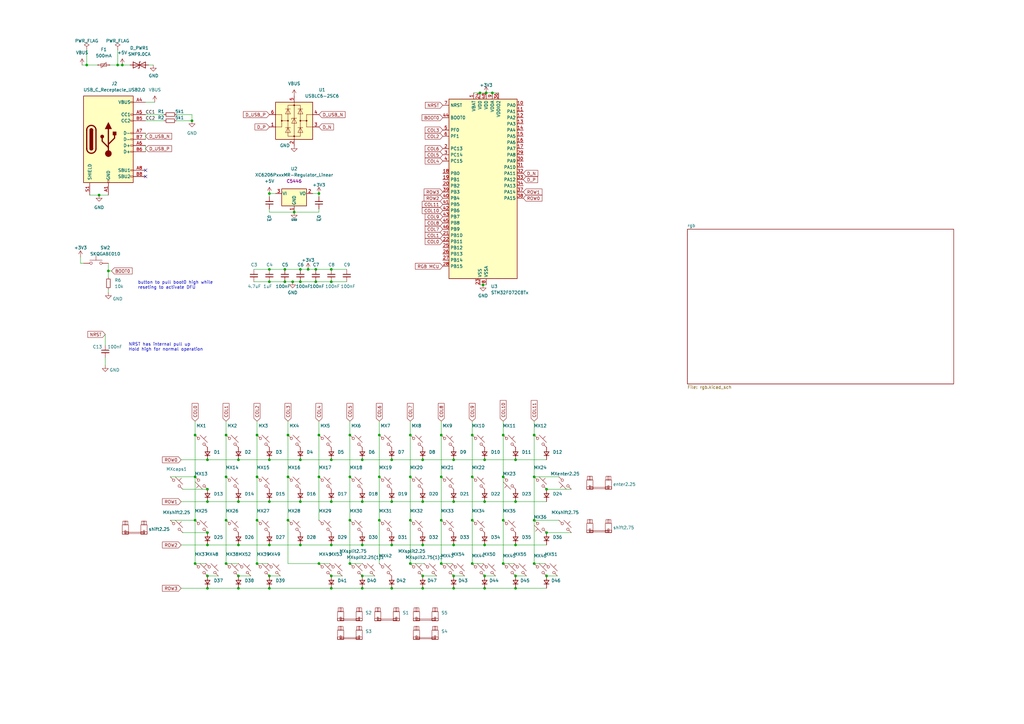
<source format=kicad_sch>
(kicad_sch (version 20230121) (generator eeschema)
  (paper "A3")
  (junction (at 148.59 223.52))
  (junction (at 92.71 213.36))
  (junction (at 193.675 178.435))
  (junction (at 206.375 213.36))
  (junction (at 211.455 188.595))
  (junction (at 186.055 205.74))
  (junction (at 105.41 213.36))
  (junction (at 92.71 231.14))
  (junction (at 123.19 205.74))
  (junction (at 135.89 236.22))
  (junction (at 219.075 195.58))
  (junction (at 123.19 188.595))
  (junction (at 160.655 241.3))
  (junction (at 160.655 205.74))
  (junction (at 211.455 241.3))
  (junction (at 105.41 231.14))
  (junction (at 196.85 38.1))
  (junction (at 148.59 205.74))
  (junction (at 224.155 236.22))
  (junction (at 92.71 195.58))
  (junction (at 92.71 178.435))
  (junction (at 135.89 223.52))
  (junction (at 135.89 110.49))
  (junction (at 198.755 205.74))
  (junction (at 135.89 205.74))
  (junction (at 135.89 115.57))
  (junction (at 85.09 200.66))
  (junction (at 118.11 213.36))
  (junction (at 50.165 26.67))
  (junction (at 143.51 195.58))
  (junction (at 129.54 115.57))
  (junction (at 85.09 218.44))
  (junction (at 110.49 188.595))
  (junction (at 198.12 116.84))
  (junction (at 198.755 241.3))
  (junction (at 110.49 241.3))
  (junction (at 135.89 241.3))
  (junction (at 123.19 223.52))
  (junction (at 186.055 241.3))
  (junction (at 173.355 241.3))
  (junction (at 85.09 236.22))
  (junction (at 129.54 110.49))
  (junction (at 224.155 218.44))
  (junction (at 148.59 236.22))
  (junction (at 40.64 80.01))
  (junction (at 206.375 178.435))
  (junction (at 80.01 231.14))
  (junction (at 198.755 188.595))
  (junction (at 180.975 195.58))
  (junction (at 180.975 178.435))
  (junction (at 44.45 111.125))
  (junction (at 193.675 195.58))
  (junction (at 80.01 195.58))
  (junction (at 110.49 223.52))
  (junction (at 186.055 236.22))
  (junction (at 130.81 195.58))
  (junction (at 130.81 178.435))
  (junction (at 219.075 178.435))
  (junction (at 105.41 195.58))
  (junction (at 116.84 110.49))
  (junction (at 120.65 86.995) (diameter 0.9144))
  (junction (at 143.51 213.36))
  (junction (at 148.59 241.3))
  (junction (at 143.51 178.435))
  (junction (at 168.275 231.14))
  (junction (at 130.81 231.14))
  (junction (at 97.79 205.74))
  (junction (at 173.355 223.52))
  (junction (at 123.19 110.49))
  (junction (at 85.09 188.595))
  (junction (at 155.575 213.36))
  (junction (at 173.355 205.74))
  (junction (at 193.675 231.14))
  (junction (at 199.39 38.1))
  (junction (at 110.49 110.49))
  (junction (at 219.075 213.36))
  (junction (at 120.015 115.57))
  (junction (at 168.275 195.58))
  (junction (at 211.455 205.74))
  (junction (at 110.49 236.22))
  (junction (at 135.89 188.595))
  (junction (at 105.41 178.435))
  (junction (at 130.81 79.375) (diameter 0.9144))
  (junction (at 97.79 236.22))
  (junction (at 160.655 223.52))
  (junction (at 143.51 231.14))
  (junction (at 206.375 195.58))
  (junction (at 198.755 223.52))
  (junction (at 85.09 223.52))
  (junction (at 173.355 236.22))
  (junction (at 116.84 115.57))
  (junction (at 201.93 38.1))
  (junction (at 110.49 79.375) (diameter 0.9144))
  (junction (at 148.59 188.595))
  (junction (at 118.11 178.435))
  (junction (at 97.79 223.52))
  (junction (at 211.455 236.22))
  (junction (at 118.11 195.58))
  (junction (at 180.975 231.14))
  (junction (at 110.49 205.74))
  (junction (at 85.09 241.3))
  (junction (at 168.275 178.435))
  (junction (at 97.79 188.595))
  (junction (at 126.365 110.49))
  (junction (at 110.49 115.57))
  (junction (at 224.155 200.66))
  (junction (at 35.56 26.67))
  (junction (at 211.455 223.52))
  (junction (at 173.355 188.595))
  (junction (at 155.575 195.58))
  (junction (at 186.055 188.595))
  (junction (at 186.055 223.52))
  (junction (at 180.975 213.36))
  (junction (at 219.075 231.14))
  (junction (at 78.74 49.53))
  (junction (at 206.375 231.14))
  (junction (at 85.09 205.74))
  (junction (at 97.79 241.3))
  (junction (at 80.01 178.435))
  (junction (at 198.755 236.22))
  (junction (at 168.275 213.36))
  (junction (at 193.675 213.36))
  (junction (at 80.01 213.36))
  (junction (at 123.19 115.57))
  (junction (at 160.655 188.595))
  (junction (at 155.575 178.435))
  (junction (at 48.26 26.67))
  (no_connect (at 59.69 72.39))
  (no_connect (at 59.69 69.85))
  (wire (pts (xy 186.055 241.3) (xy 198.755 241.3)))
  (wire (pts (xy 50.165 26.67) (xy 53.34 26.67)))
  (wire (pts (xy 224.155 200.66) (xy 234.315 200.66)))
  (wire (pts (xy 123.19 223.52) (xy 135.89 223.52)))
  (wire (pts (xy 85.09 236.22) (xy 89.535 236.22)))
  (wire (pts (xy 116.84 115.57) (xy 120.015 115.57)))
  (wire (pts (xy 186.055 188.595) (xy 198.755 188.595)))
  (wire (pts (xy 129.54 110.49) (xy 135.89 110.49)))
  (wire (pts (xy 45.085 26.67) (xy 48.26 26.67)))
  (wire (pts (xy 148.59 205.74) (xy 160.655 205.74)))
  (wire (pts (xy 168.275 195.58) (xy 168.275 213.36)))
  (wire (pts (xy 118.11 172.72) (xy 118.11 178.435)))
  (wire (pts (xy 105.41 195.58) (xy 105.41 213.36)))
  (wire (pts (xy 135.89 188.595) (xy 148.59 188.595)))
  (wire (pts (xy 186.055 223.52) (xy 198.755 223.52)))
  (wire (pts (xy 126.365 110.49) (xy 129.54 110.49)))
  (wire (pts (xy 211.455 188.595) (xy 224.155 188.595)))
  (wire (pts (xy 48.26 26.67) (xy 50.165 26.67)))
  (wire (pts (xy 80.01 213.36) (xy 80.01 231.14)))
  (wire (pts (xy 120.015 115.57) (xy 123.19 115.57)))
  (wire (pts (xy 80.01 178.435) (xy 80.01 195.58)))
  (wire (pts (xy 110.49 110.49) (xy 116.84 110.49)))
  (wire (pts (xy 74.93 218.44) (xy 85.09 218.44)))
  (wire (pts (xy 168.275 213.36) (xy 168.275 231.14)))
  (wire (pts (xy 97.79 223.52) (xy 110.49 223.52)))
  (wire (pts (xy 173.355 188.595) (xy 186.055 188.595)))
  (wire (pts (xy 148.59 241.3) (xy 160.655 241.3)))
  (wire (pts (xy 160.655 223.52) (xy 173.355 223.52)))
  (wire (pts (xy 80.01 231.14) (xy 84.455 231.14)))
  (wire (pts (xy 74.295 223.52) (xy 85.09 223.52)))
  (wire (pts (xy 180.975 231.14) (xy 185.42 231.14)))
  (wire (pts (xy 130.81 85.725) (xy 130.81 86.995)))
  (wire (pts (xy 44.45 118.745) (xy 44.45 120.015)))
  (wire (pts (xy 129.54 115.57) (xy 135.89 115.57)))
  (wire (pts (xy 74.295 205.74) (xy 85.09 205.74)))
  (wire (pts (xy 130.81 178.435) (xy 130.81 195.58)))
  (wire (pts (xy 110.49 188.595) (xy 123.19 188.595)))
  (wire (pts (xy 173.355 236.22) (xy 179.07 236.22)))
  (wire (pts (xy 110.49 85.725) (xy 110.49 86.995)))
  (wire (pts (xy 219.075 172.72) (xy 219.075 178.435)))
  (wire (pts (xy 198.755 188.595) (xy 211.455 188.595)))
  (wire (pts (xy 143.51 231.14) (xy 148.59 231.14)))
  (wire (pts (xy 224.155 218.44) (xy 234.315 218.44)))
  (wire (pts (xy 44.45 111.125) (xy 44.45 113.665)))
  (wire (pts (xy 148.59 188.595) (xy 160.655 188.595)))
  (wire (pts (xy 155.575 213.36) (xy 155.575 231.14)))
  (wire (pts (xy 206.375 195.58) (xy 206.375 213.36)))
  (wire (pts (xy 92.71 195.58) (xy 92.71 213.36)))
  (wire (pts (xy 116.84 110.49) (xy 123.19 110.49)))
  (wire (pts (xy 34.29 107.95) (xy 33.02 107.95)))
  (wire (pts (xy 44.45 111.125) (xy 45.72 111.125)))
  (wire (pts (xy 193.675 195.58) (xy 193.675 213.36)))
  (wire (pts (xy 85.09 205.74) (xy 97.79 205.74)))
  (wire (pts (xy 194.31 38.1) (xy 196.85 38.1)))
  (wire (pts (xy 193.675 231.14) (xy 198.12 231.14)))
  (wire (pts (xy 193.675 178.435) (xy 193.675 195.58)))
  (wire (pts (xy 59.69 41.91) (xy 63.5 41.91)))
  (wire (pts (xy 118.11 178.435) (xy 118.11 195.58)))
  (wire (pts (xy 173.355 241.3) (xy 186.055 241.3)))
  (wire (pts (xy 143.51 195.58) (xy 143.51 213.36)))
  (wire (pts (xy 148.59 223.52) (xy 160.655 223.52)))
  (wire (pts (xy 36.83 80.01) (xy 40.64 80.01)))
  (wire (pts (xy 97.79 241.3) (xy 110.49 241.3)))
  (wire (pts (xy 104.14 110.49) (xy 110.49 110.49)))
  (wire (pts (xy 193.675 172.72) (xy 193.675 178.435)))
  (wire (pts (xy 69.85 195.58) (xy 80.01 195.58)))
  (wire (pts (xy 199.39 38.1) (xy 201.93 38.1)))
  (wire (pts (xy 118.11 231.14) (xy 130.81 231.14)))
  (wire (pts (xy 110.49 79.375) (xy 110.49 80.645)))
  (wire (pts (xy 110.49 115.57) (xy 116.84 115.57)))
  (wire (pts (xy 130.81 195.58) (xy 130.81 213.36)))
  (wire (pts (xy 120.65 86.995) (xy 130.81 86.995)))
  (wire (pts (xy 211.455 241.3) (xy 224.155 241.3)))
  (wire (pts (xy 74.295 188.595) (xy 85.09 188.595)))
  (wire (pts (xy 196.85 116.84) (xy 198.12 116.84)))
  (wire (pts (xy 92.71 178.435) (xy 92.71 195.58)))
  (wire (pts (xy 135.89 110.49) (xy 142.24 110.49)))
  (wire (pts (xy 110.49 223.52) (xy 123.19 223.52)))
  (wire (pts (xy 196.85 38.1) (xy 199.39 38.1)))
  (wire (pts (xy 80.01 195.58) (xy 80.01 213.36)))
  (wire (pts (xy 206.375 213.36) (xy 206.375 231.14)))
  (wire (pts (xy 35.56 26.67) (xy 40.005 26.67)))
  (wire (pts (xy 35.56 20.32) (xy 35.56 26.67)))
  (wire (pts (xy 186.055 236.22) (xy 190.5 236.22)))
  (wire (pts (xy 155.575 172.72) (xy 155.575 178.435)))
  (wire (pts (xy 43.18 137.16) (xy 43.18 141.605)))
  (wire (pts (xy 219.075 178.435) (xy 219.075 195.58)))
  (wire (pts (xy 33.02 107.95) (xy 33.02 105.41)))
  (wire (pts (xy 219.075 213.36) (xy 219.075 231.14)))
  (wire (pts (xy 59.69 54.61) (xy 59.69 57.15)))
  (wire (pts (xy 180.975 172.72) (xy 180.975 178.435)))
  (wire (pts (xy 173.355 205.74) (xy 186.055 205.74)))
  (wire (pts (xy 219.075 213.36) (xy 229.235 213.36)))
  (wire (pts (xy 59.69 49.53) (xy 67.31 49.53)))
  (wire (pts (xy 85.09 241.3) (xy 97.79 241.3)))
  (wire (pts (xy 198.755 236.22) (xy 203.2 236.22)))
  (wire (pts (xy 92.71 231.14) (xy 97.79 231.14)))
  (wire (pts (xy 123.19 205.74) (xy 135.89 205.74)))
  (wire (pts (xy 60.96 26.67) (xy 62.865 26.67)))
  (wire (pts (xy 48.26 20.32) (xy 48.26 26.67)))
  (wire (pts (xy 211.455 205.74) (xy 224.155 205.74)))
  (wire (pts (xy 85.09 223.52) (xy 97.79 223.52)))
  (wire (pts (xy 155.575 195.58) (xy 155.575 213.36)))
  (wire (pts (xy 72.39 46.99) (xy 78.74 46.99)))
  (wire (pts (xy 43.18 149.86) (xy 43.18 146.685)))
  (wire (pts (xy 201.93 38.1) (xy 204.47 38.1)))
  (wire (pts (xy 74.295 241.3) (xy 85.09 241.3)))
  (wire (pts (xy 198.755 223.52) (xy 211.455 223.52)))
  (wire (pts (xy 123.19 115.57) (xy 129.54 115.57)))
  (wire (pts (xy 155.575 178.435) (xy 155.575 195.58)))
  (wire (pts (xy 44.45 107.95) (xy 44.45 111.125)))
  (wire (pts (xy 180.975 195.58) (xy 180.975 213.36)))
  (wire (pts (xy 173.355 223.52) (xy 186.055 223.52)))
  (wire (pts (xy 97.79 236.22) (xy 102.87 236.22)))
  (wire (pts (xy 110.49 79.375) (xy 113.03 79.375)))
  (wire (pts (xy 110.49 236.22) (xy 114.935 236.22)))
  (wire (pts (xy 105.41 231.14) (xy 109.855 231.14)))
  (wire (pts (xy 78.74 46.99) (xy 78.74 49.53)))
  (wire (pts (xy 186.055 205.74) (xy 198.755 205.74)))
  (wire (pts (xy 135.89 236.22) (xy 140.335 236.22)))
  (wire (pts (xy 85.09 188.595) (xy 97.79 188.595)))
  (wire (pts (xy 104.14 115.57) (xy 110.49 115.57)))
  (wire (pts (xy 148.59 236.22) (xy 153.67 236.22)))
  (wire (pts (xy 59.69 59.69) (xy 59.69 62.23)))
  (wire (pts (xy 211.455 223.52) (xy 224.155 223.52)))
  (wire (pts (xy 80.01 172.72) (xy 80.01 178.435)))
  (wire (pts (xy 224.155 236.22) (xy 228.6 236.22)))
  (wire (pts (xy 219.075 195.58) (xy 219.075 213.36)))
  (wire (pts (xy 206.375 172.72) (xy 206.375 178.435)))
  (wire (pts (xy 92.71 172.72) (xy 92.71 178.435)))
  (wire (pts (xy 143.51 178.435) (xy 143.51 195.58)))
  (wire (pts (xy 118.11 213.36) (xy 118.11 231.14)))
  (wire (pts (xy 206.375 178.435) (xy 206.375 195.58)))
  (wire (pts (xy 123.19 188.595) (xy 135.89 188.595)))
  (wire (pts (xy 135.89 241.3) (xy 148.59 241.3)))
  (wire (pts (xy 168.275 178.435) (xy 168.275 195.58)))
  (wire (pts (xy 168.275 231.14) (xy 173.99 231.14)))
  (wire (pts (xy 118.11 195.58) (xy 118.11 213.36)))
  (wire (pts (xy 97.79 188.595) (xy 110.49 188.595)))
  (wire (pts (xy 211.455 236.22) (xy 215.9 236.22)))
  (wire (pts (xy 120.65 86.995) (xy 110.49 86.995)))
  (wire (pts (xy 130.81 231.14) (xy 135.255 231.14)))
  (wire (pts (xy 33.655 26.67) (xy 35.56 26.67)))
  (wire (pts (xy 168.275 172.72) (xy 168.275 178.435)))
  (wire (pts (xy 180.975 213.36) (xy 180.975 231.14)))
  (wire (pts (xy 143.51 172.72) (xy 143.51 178.435)))
  (wire (pts (xy 123.19 110.49) (xy 126.365 110.49)))
  (wire (pts (xy 59.69 46.99) (xy 67.31 46.99)))
  (wire (pts (xy 130.81 172.72) (xy 130.81 178.435)))
  (wire (pts (xy 160.655 205.74) (xy 173.355 205.74)))
  (wire (pts (xy 143.51 213.36) (xy 143.51 231.14)))
  (wire (pts (xy 110.49 241.3) (xy 135.89 241.3)))
  (wire (pts (xy 198.12 116.84) (xy 199.39 116.84)))
  (wire (pts (xy 219.075 195.58) (xy 229.235 195.58)))
  (wire (pts (xy 198.755 205.74) (xy 211.455 205.74)))
  (wire (pts (xy 72.39 49.53) (xy 78.74 49.53)))
  (wire (pts (xy 135.89 223.52) (xy 148.59 223.52)))
  (wire (pts (xy 92.71 213.36) (xy 92.71 231.14)))
  (wire (pts (xy 135.89 115.57) (xy 142.24 115.57)))
  (wire (pts (xy 105.41 178.435) (xy 105.41 195.58)))
  (wire (pts (xy 219.075 231.14) (xy 223.52 231.14)))
  (wire (pts (xy 105.41 213.36) (xy 105.41 231.14)))
  (wire (pts (xy 69.85 213.36) (xy 80.01 213.36)))
  (wire (pts (xy 180.975 178.435) (xy 180.975 195.58)))
  (wire (pts (xy 110.49 205.74) (xy 123.19 205.74)))
  (wire (pts (xy 40.64 80.01) (xy 44.45 80.01)))
  (wire (pts (xy 135.89 205.74) (xy 148.59 205.74)))
  (wire (pts (xy 198.755 241.3) (xy 211.455 241.3)))
  (wire (pts (xy 74.93 200.66) (xy 85.09 200.66)))
  (wire (pts (xy 193.675 213.36) (xy 193.675 231.14)))
  (wire (pts (xy 160.655 241.3) (xy 173.355 241.3)))
  (wire (pts (xy 130.81 79.375) (xy 130.81 80.645)))
  (wire (pts (xy 97.79 205.74) (xy 110.49 205.74)))
  (wire (pts (xy 105.41 172.72) (xy 105.41 178.435)))
  (wire (pts (xy 206.375 231.14) (xy 210.82 231.14)))
  (wire (pts (xy 128.27 79.375) (xy 130.81 79.375)))
  (wire (pts (xy 160.655 188.595) (xy 173.355 188.595)))
  (text "NRST has internal pull up\nHold high for normal operation" (at 52.705 144.145 0) (effects (font (size 1.27 1.27)) (justify left bottom)))
  (text "button to pull boot0 high while \nreseting to activate DFU" (at 56.515 118.745 0) (effects (font (size 1.27 1.27)) (justify left bottom)))
  (label "CC2" (at 59.69 49.53 0))
  (label "CC1" (at 59.69 46.99 0))
  (global_label "BOOT0" (shape input) (at 45.72 111.125 0) (property "Intersheetrefs" "${INTERSHEET_REFS}" (effects hide)))
  (global_label "COL5" (shape input) (at 143.51 172.72 90) (property "Intersheetrefs" "${INTERSHEET_REFS}" (effects hide)))
  (global_label "COL2" (shape input) (at 105.41 172.72 90) (property "Intersheetrefs" "${INTERSHEET_REFS}" (effects hide)))
  (global_label "NRST" (shape input) (at 43.18 137.16 180) (property "Intersheetrefs" "${INTERSHEET_REFS}" (effects hide)))
  (global_label "ROW2" (shape input) (at 74.295 223.52 180) (property "Intersheetrefs" "${INTERSHEET_REFS}" (effects hide)))
  (global_label "COL7" (shape input) (at 168.275 172.72 90) (property "Intersheetrefs" "${INTERSHEET_REFS}" (effects hide)))
  (global_label "D_USB_P" (shape input) (at 59.69 60.96 0) (property "Intersheetrefs" "${INTERSHEET_REFS}" (effects hide)))
  (global_label "COL6" (shape input) (at 181.61 60.96 180) (property "Intersheetrefs" "${INTERSHEET_REFS}" (effects hide)))
  (global_label "ROW3" (shape input) (at 181.61 78.74 180) (property "Intersheetrefs" "${INTERSHEET_REFS}" (effects hide)))
  (global_label "ROW0" (shape input) (at 214.63 81.28 0) (property "Intersheetrefs" "${INTERSHEET_REFS}" (effects hide)))
  (global_label "COL2" (shape input) (at 181.61 55.88 180) (property "Intersheetrefs" "${INTERSHEET_REFS}" (effects hide)))
  (global_label "COL4" (shape input) (at 130.81 172.72 90) (property "Intersheetrefs" "${INTERSHEET_REFS}" (effects hide)))
  (global_label "D_USB_P" (shape input) (at 110.49 46.99 180) (property "Intersheetrefs" "${INTERSHEET_REFS}" (effects hide)))
  (global_label "COL7" (shape input) (at 181.61 93.98 180) (property "Intersheetrefs" "${INTERSHEET_REFS}" (effects hide)))
  (global_label "COL3" (shape input) (at 118.11 172.72 90) (property "Intersheetrefs" "${INTERSHEET_REFS}" (effects hide)))
  (global_label "COL11" (shape input) (at 219.075 172.72 90) (property "Intersheetrefs" "${INTERSHEET_REFS}" (effects hide)))
  (global_label "COL1" (shape input) (at 92.71 172.72 90) (property "Intersheetrefs" "${INTERSHEET_REFS}" (effects hide)))
  (global_label "COL0" (shape input) (at 181.61 99.06 180) (property "Intersheetrefs" "${INTERSHEET_REFS}" (effects hide)))
  (global_label "COL8" (shape input) (at 181.61 91.44 180) (property "Intersheetrefs" "${INTERSHEET_REFS}" (effects hide)))
  (global_label "D_N" (shape input) (at 214.63 71.12 0) (property "Intersheetrefs" "${INTERSHEET_REFS}" (effects hide)))
  (global_label "ROW1" (shape input) (at 74.295 205.74 180) (property "Intersheetrefs" "${INTERSHEET_REFS}" (effects hide)))
  (global_label "D_N" (shape input) (at 130.81 52.07 0) (property "Intersheetrefs" "${INTERSHEET_REFS}" (effects hide)))
  (global_label "BOOT0" (shape input) (at 181.61 48.26 180) (property "Intersheetrefs" "${INTERSHEET_REFS}" (effects hide)))
  (global_label "ROW1" (shape input) (at 214.63 78.74 0) (property "Intersheetrefs" "${INTERSHEET_REFS}" (effects hide)))
  (global_label "NRST" (shape input) (at 181.61 43.18 180) (property "Intersheetrefs" "${INTERSHEET_REFS}" (effects hide)))
  (global_label "RGB MCU" (shape input) (at 181.61 109.22 180) (property "Intersheetrefs" "${INTERSHEET_REFS}" (effects hide)))
  (global_label "COL11" (shape input) (at 181.61 83.82 180) (property "Intersheetrefs" "${INTERSHEET_REFS}" (effects hide)))
  (global_label "ROW3" (shape input) (at 74.295 241.3 180) (property "Intersheetrefs" "${INTERSHEET_REFS}" (effects hide)))
  (global_label "D_P" (shape input) (at 110.49 52.07 180) (property "Intersheetrefs" "${INTERSHEET_REFS}" (effects hide)))
  (global_label "D_USB_N" (shape input) (at 59.69 55.88 0) (property "Intersheetrefs" "${INTERSHEET_REFS}" (effects hide)))
  (global_label "COL0" (shape input) (at 80.01 172.72 90) (property "Intersheetrefs" "${INTERSHEET_REFS}" (effects hide)))
  (global_label "ROW0" (shape input) (at 74.295 188.595 180) (property "Intersheetrefs" "${INTERSHEET_REFS}" (effects hide)))
  (global_label "D_USB_N" (shape input) (at 130.81 46.99 0) (property "Intersheetrefs" "${INTERSHEET_REFS}" (effects hide)))
  (global_label "COL9" (shape input) (at 181.61 88.9 180) (property "Intersheetrefs" "${INTERSHEET_REFS}" (effects hide)))
  (global_label "COL3" (shape input) (at 181.61 53.34 180) (property "Intersheetrefs" "${INTERSHEET_REFS}" (effects hide)))
  (global_label "COL1" (shape input) (at 181.61 96.52 180) (property "Intersheetrefs" "${INTERSHEET_REFS}" (effects hide)))
  (global_label "COL6" (shape input) (at 155.575 172.72 90) (property "Intersheetrefs" "${INTERSHEET_REFS}" (effects hide)))
  (global_label "COL8" (shape input) (at 180.975 172.72 90) (property "Intersheetrefs" "${INTERSHEET_REFS}" (effects hide)))
  (global_label "COL10" (shape input) (at 181.61 86.36 180) (property "Intersheetrefs" "${INTERSHEET_REFS}" (effects hide)))
  (global_label "COL5" (shape input) (at 181.61 63.5 180) (property "Intersheetrefs" "${INTERSHEET_REFS}" (effects hide)))
  (global_label "COL9" (shape input) (at 193.675 172.72 90) (property "Intersheetrefs" "${INTERSHEET_REFS}" (effects hide)))
  (global_label "COL4" (shape input) (at 181.61 66.04 180) (property "Intersheetrefs" "${INTERSHEET_REFS}" (effects hide)))
  (global_label "ROW2" (shape input) (at 181.61 81.28 180) (property "Intersheetrefs" "${INTERSHEET_REFS}" (effects hide)))
  (global_label "D_P" (shape input) (at 214.63 73.66 0) (property "Intersheetrefs" "${INTERSHEET_REFS}" (effects hide)))
  (global_label "COL10" (shape input) (at 206.375 172.72 90) (property "Intersheetrefs" "${INTERSHEET_REFS}" (effects hide)))
  (symbol (lib_id "PCM_marbastlib-mx:MX_SW_HS") (at 183.515 215.9 0) (unit 1)
    (property "Reference" "MX33" (at 183.515 209.55 0))
    (property "Value" "MX_SW_HS" (effects hide))
    (property "Footprint" "PCM_marbastlib-mx:SW_MX_HS_1u" (effects hide))
  )
  (symbol (lib_id "Device:D_Small") (at 186.055 238.76 90) (unit 1)
    (property "Reference" "D43" (at 187.96 238.125 90) (effects (justify right)))
    (property "Value" "D_Small" (effects hide))
    (property "Footprint" "Diode_SMD:D_SOD-123F" (effects hide))
    (property "Sim.Device" "D" (effects hide))
    (property "Sim.Pins" "1=K 2=A" (effects hide))
  )
  (symbol (lib_id "PCM_marbastlib-mx:MX_SW_HS") (at 226.06 233.68 0) (unit 1)
    (property "Reference" "MX51" (at 226.06 227.33 0))
    (property "Value" "MX_SW_HS" (effects hide))
    (property "Footprint" "PCM_marbastlib-mx:SW_MX_HS_1.5u" (effects hide))
  )
  (symbol (lib_id "Device:C_Small") (at 129.54 113.03 0) (unit 1)
    (property "Reference" "C7" (at 128.27 108.585 0) (effects (justify left)))
    (property "Value" "100nF" (at 127 117.475 0) (effects (justify left)))
    (property "Footprint" "Capacitor_SMD:C_0603_1608Metric" (effects hide))
  )
  (symbol (lib_id "PCM_marbastlib-mx:MX_SW_HS") (at 137.795 233.68 0) (unit 1)
    (property "Reference" "MX53" (at 137.795 227.33 0))
    (property "Value" "MX_SW_HS" (effects hide))
    (property "Footprint" "PCM_marbastlib-mx:SW_MX_HS_1.5u" (effects hide))
  )
  (symbol (lib_id "Device:C_Small") (at 43.18 144.145 0) (mirror y) (unit 1)
    (property "Reference" "C13" (at 41.91 142.24 0) (effects (justify left)))
    (property "Value" "100nF" (at 50.165 142.24 0) (effects (justify left)))
    (property "Footprint" "Capacitor_SMD:C_0603_1608Metric" (effects hide))
    (property "LCSC" "C307331" (effects hide))
  )
  (symbol (lib_id "PCM_marbastlib-mx:MX_SW_HS") (at 196.215 198.12 0) (unit 1)
    (property "Reference" "MX22" (at 196.215 191.77 0))
    (property "Value" "MX_SW_HS" (effects hide))
    (property "Footprint" "PCM_marbastlib-mx:SW_MX_HS_1u" (effects hide))
  )
  (symbol (lib_id "PCM_marbastlib-mx:MX_SW_HS") (at 208.915 198.12 180) (unit 1)
    (property "Reference" "MX23" (at 208.915 194.31 0))
    (property "Value" "MX_SW_HS" (effects hide))
    (property "Footprint" "PCM_marbastlib-mx:SW_MX_HS_1u" (effects hide))
  )
  (symbol (lib_id "Switch:SW_Push") (at 39.37 107.95 0) (unit 1)
    (property "Reference" "SW2" (at 43.18 101.6 0))
    (property "Value" "SKQGABE010" (at 43.18 104.14 0))
    (property "Footprint" "Button_Switch_SMD:SW_SPST_SKQG_WithoutStem" (effects hide))
    (property "LCSC" "C115351" (effects hide))
  )
  (symbol (lib_id "Device:D_Small") (at 85.09 186.055 90) (unit 1)
    (property "Reference" "D1" (at 87.63 185.42 90) (effects (justify right)))
    (property "Value" "D_Small" (effects hide))
    (property "Footprint" "Diode_SMD:D_SOD-123F" (effects hide))
    (property "Sim.Device" "D" (effects hide))
    (property "Sim.Pins" "1=K 2=A" (effects hide))
  )
  (symbol (lib_id "PCM_marbastlib-mx:MX_SW_HS") (at 82.55 233.68 0) (unit 1)
    (property "Reference" "MX37" (at 82.55 227.33 0))
    (property "Value" "MX_SW_HS" (effects hide))
    (property "Footprint" "PCM_marbastlib-mx:SW_MX_HS_1u" (effects hide))
  )
  (symbol (lib_id "PCM_marbastlib-mx:MX_SW_HS") (at 208.915 180.975 0) (unit 1)
    (property "Reference" "MX11" (at 208.915 174.625 0))
    (property "Value" "MX_SW_HS" (effects hide))
    (property "Footprint" "PCM_marbastlib-mx:SW_MX_HS_1u" (effects hide))
  )
  (symbol (lib_id "Device:D_Small") (at 148.59 203.2 90) (unit 1)
    (property "Reference" "D18" (at 151.13 202.565 90) (effects (justify right)))
    (property "Value" "D_Small" (effects hide))
    (property "Footprint" "Diode_SMD:D_SOD-123F" (effects hide))
    (property "Sim.Device" "D" (effects hide))
    (property "Sim.Pins" "1=K 2=A" (effects hide))
  )
  (symbol (lib_id "Device:D_Small") (at 198.755 238.76 90) (unit 1)
    (property "Reference" "D44" (at 200.66 238.125 90) (effects (justify right)))
    (property "Value" "D_Small" (effects hide))
    (property "Footprint" "Diode_SMD:D_SOD-123F" (effects hide))
    (property "Sim.Device" "D" (effects hide))
    (property "Sim.Pins" "1=K 2=A" (effects hide))
  )
  (symbol (lib_id "Device:C_Small") (at 130.81 83.185 180) (unit 1)
    (property "Reference" "C2" (at 130.81 88.9 0) (effects (font (size 0.762 0.762))))
    (property "Value" "1uF" (at 130.81 90.17 0) (effects (font (size 0.762 0.762))))
    (property "Footprint" "Capacitor_SMD:C_0603_1608Metric" (effects hide))
    (property "LCSC" "C52923" (effects hide))
  )
  (symbol (lib_id "PCM_marbastlib-mx:MX_SW_HS") (at 107.95 215.9 0) (unit 1)
    (property "Reference" "MX27" (at 107.95 209.55 0))
    (property "Value" "MX_SW_HS" (effects hide))
    (property "Footprint" "PCM_marbastlib-mx:SW_MX_HS_1u" (effects hide))
  )
  (symbol (lib_id "PCM_marbastlib-mx:MX_SW_HS") (at 133.35 180.975 0) (unit 1)
    (property "Reference" "MX5" (at 133.35 174.625 0))
    (property "Value" "MX_SW_HS" (effects hide))
    (property "Footprint" "PCM_marbastlib-mx:SW_MX_HS_1u" (effects hide))
  )
  (symbol (lib_id "MCU_ST_STM32F0:STM32F072C8Tx") (at 196.85 78.74 0) (unit 1)
    (property "Reference" "U3" (at 201.3459 117.475 0) (effects (justify left)))
    (property "Value" "STM32F072C8Tx" (at 201.3459 120.015 0) (effects (justify left)))
    (property "Footprint" "Package_QFP:LQFP-48_7x7mm_P0.5mm" (effects hide))
    (property "Datasheet" "https://www.st.com/resource/en/datasheet/stm32f072c8.pdf" (effects hide))
  )
  (symbol (lib_id "Device:D_Small") (at 85.09 220.98 90) (unit 1)
    (property "Reference" "D25" (at 87.63 220.345 90) (effects (justify right)))
    (property "Value" "D_Small" (effects hide))
    (property "Footprint" "Diode_SMD:D_SOD-123F" (effects hide))
    (property "Sim.Device" "D" (effects hide))
    (property "Sim.Pins" "1=K 2=A" (effects hide))
  )
  (symbol (lib_id "Device:D_Small") (at 135.89 220.98 90) (unit 1)
    (property "Reference" "D29" (at 138.43 220.345 90) (effects (justify right)))
    (property "Value" "D_Small" (effects hide))
    (property "Footprint" "Diode_SMD:D_SOD-123F" (effects hide))
    (property "Sim.Device" "D" (effects hide))
    (property "Sim.Pins" "1=K 2=A" (effects hide))
  )
  (symbol (lib_id "Device:D_Small") (at 224.155 238.76 90) (unit 1)
    (property "Reference" "D46" (at 226.06 238.125 90) (effects (justify right)))
    (property "Value" "D_Small" (effects hide))
    (property "Footprint" "Diode_SMD:D_SOD-123F" (effects hide))
    (property "Sim.Device" "D" (effects hide))
    (property "Sim.Pins" "1=K 2=A" (effects hide))
  )
  (symbol (lib_id "power:+3V3") (at 199.39 38.1 0) (unit 1)
    (property "Reference" "#PWR011" (effects hide))
    (property "Value" "+3V3" (at 199.39 34.925 0))
  )
  (symbol (lib_id "Device:D_Small") (at 211.455 238.76 90) (unit 1)
    (property "Reference" "D45" (at 213.36 238.125 90) (effects (justify right)))
    (property "Value" "D_Small" (effects hide))
    (property "Footprint" "Diode_SMD:D_SOD-123F" (effects hide))
    (property "Sim.Device" "D" (effects hide))
    (property "Sim.Pins" "1=K 2=A" (effects hide))
  )
  (symbol (lib_id "PCM_marbastlib-mx:MX_SW_HS") (at 133.35 198.12 0) (unit 1)
    (property "Reference" "MX17" (at 133.35 191.77 0))
    (property "Value" "MX_SW_HS" (effects hide))
    (property "Footprint" "PCM_marbastlib-mx:SW_MX_HS_1u" (effects hide))
  )
  (symbol (lib_id "Device:R_Small") (at 69.85 46.99 90) (unit 1)
    (property "Reference" "R1" (at 66.04 45.72 90))
    (property "Value" "5k1" (at 73.66 45.72 90))
    (property "Footprint" "Resistor_SMD:R_0603_1608Metric" (effects hide))
    (property "LCSC" "C25905" (effects hide))
  )
  (symbol (lib_id "power:PWR_FLAG") (at 35.56 20.32 0) (unit 1)
    (property "Reference" "#FLG01" (effects hide))
    (property "Value" "PWR_FLAG" (at 35.56 16.7442 0))
  )
  (symbol (lib_id "Device:C_Small") (at 110.49 83.185 180) (unit 1)
    (property "Reference" "C1" (at 110.49 88.9 0) (effects (font (size 0.762 0.762))))
    (property "Value" "1uF" (at 110.49 90.17 0) (effects (font (size 0.762 0.762))))
    (property "Footprint" "Capacitor_SMD:C_0603_1608Metric" (effects hide))
    (property "LCSC" "C52923" (effects hide))
  )
  (symbol (lib_name "GND_1") (lib_id "power:GND") (at 120.015 115.57 0) (unit 1)
    (property "Reference" "#PWR07" (effects hide))
    (property "Value" "GND" (at 120.015 120.015 0))
  )
  (symbol (lib_id "PCM_marbastlib-mx:MX_stab") (at 143.51 252.095 0) (unit 1)
    (property "Reference" "S2" (at 149.86 251.333 0) (effects (justify left)))
    (property "Value" "MX_stab" (effects hide))
    (property "Footprint" "PCM_marbastlib-mx:STAB_MX_P_2.25u" (effects hide))
  )
  (symbol (lib_name "GND_4") (lib_id "power:GND") (at 40.64 80.01 0) (unit 1)
    (property "Reference" "#PWR013" (effects hide))
    (property "Value" "GND" (at 40.64 85.09 0))
  )
  (symbol (lib_id "PCM_marbastlib-mx:MX_SW_HS") (at 107.95 233.68 0) (unit 1)
    (property "Reference" "MX39" (at 107.95 227.33 0))
    (property "Value" "MX_SW_HS" (effects hide))
    (property "Footprint" "PCM_marbastlib-mx:SW_MX_HS_1u" (effects hide))
  )
  (symbol (lib_id "Device:D_Small") (at 97.79 238.76 90) (unit 1)
    (property "Reference" "D38" (at 100.33 238.125 90) (effects (justify right)))
    (property "Value" "D_Small" (effects hide))
    (property "Footprint" "Diode_SMD:D_SOD-123F" (effects hide))
    (property "Sim.Device" "D" (effects hide))
    (property "Sim.Pins" "1=K 2=A" (effects hide))
  )
  (symbol (lib_id "power:VBUS") (at 120.65 39.37 0) (unit 1)
    (property "Reference" "#PWR01" (effects hide))
    (property "Value" "VBUS" (at 120.65 34.29 0))
  )
  (symbol (lib_id "Device:D_Small") (at 148.59 186.055 90) (unit 1)
    (property "Reference" "D6" (at 151.13 185.42 90) (effects (justify right)))
    (property "Value" "D_Small" (effects hide))
    (property "Footprint" "Diode_SMD:D_SOD-123F" (effects hide))
    (property "Sim.Device" "D" (effects hide))
    (property "Sim.Pins" "1=K 2=A" (effects hide))
  )
  (symbol (lib_id "Device:D_Small") (at 160.655 186.055 90) (unit 1)
    (property "Reference" "D7" (at 163.195 185.42 90) (effects (justify right)))
    (property "Value" "D_Small" (effects hide))
    (property "Footprint" "Diode_SMD:D_SOD-123F" (effects hide))
    (property "Sim.Device" "D" (effects hide))
    (property "Sim.Pins" "1=K 2=A" (effects hide))
  )
  (symbol (lib_id "power:VBUS") (at 33.655 26.67 0) (unit 1)
    (property "Reference" "#PWR08" (effects hide))
    (property "Value" "VBUS" (at 33.655 21.59 0))
  )
  (symbol (lib_id "Device:D_Small") (at 173.355 203.2 90) (unit 1)
    (property "Reference" "D20" (at 175.895 202.565 90) (effects (justify right)))
    (property "Value" "D_Small" (effects hide))
    (property "Footprint" "Diode_SMD:D_SOD-123F" (effects hide))
    (property "Sim.Device" "D" (effects hide))
    (property "Sim.Pins" "1=K 2=A" (effects hide))
  )
  (symbol (lib_id "power:+3.3V") (at 130.81 79.375 0) (unit 1)
    (property "Reference" "#PWR04" (effects hide))
    (property "Value" "+3.3V" (at 130.81 75.8276 0))
  )
  (symbol (lib_id "Device:D_TVS") (at 57.15 26.67 0) (unit 1)
    (property "Reference" "D_PWR1" (at 57.15 19.685 0))
    (property "Value" "SMF9.0CA" (at 57.15 22.225 0))
    (property "Footprint" "Diode_SMD:D_SOD-123" (effects hide))
  )
  (symbol (lib_id "Device:D_Small") (at 211.455 203.2 90) (unit 1)
    (property "Reference" "D23" (at 213.995 202.565 90) (effects (justify right)))
    (property "Value" "D_Small" (effects hide))
    (property "Footprint" "Diode_SMD:D_SOD-123F" (effects hide))
    (property "Sim.Device" "D" (effects hide))
    (property "Sim.Pins" "1=K 2=A" (effects hide))
  )
  (symbol (lib_id "Device:D_Small") (at 160.655 238.76 90) (unit 1)
    (property "Reference" "D42" (at 162.56 238.125 90) (effects (justify right)))
    (property "Value" "D_Small" (effects hide))
    (property "Footprint" "Diode_SMD:D_SOD-123F" (effects hide))
    (property "Sim.Device" "D" (effects hide))
    (property "Sim.Pins" "1=K 2=A" (effects hide))
  )
  (symbol (lib_id "PCM_marbastlib-mx:MX_SW_HS") (at 183.515 180.975 0) (unit 1)
    (property "Reference" "MX9" (at 183.515 174.625 0))
    (property "Value" "MX_SW_HS" (effects hide))
    (property "Footprint" "PCM_marbastlib-mx:SW_MX_HS_1u" (effects hide))
  )
  (symbol (lib_id "PCM_marbastlib-mx:MX_SW_HS") (at 95.25 215.9 0) (unit 1)
    (property "Reference" "MX26" (at 95.25 209.55 0))
    (property "Value" "MX_SW_HS" (effects hide))
    (property "Footprint" "PCM_marbastlib-mx:SW_MX_HS_1u" (effects hide))
  )
  (symbol (lib_id "Device:D_Small") (at 148.59 238.76 90) (unit 1)
    (property "Reference" "D40" (at 150.495 238.125 90) (effects (justify right)))
    (property "Value" "D_Small" (effects hide))
    (property "Footprint" "Diode_SMD:D_SOD-123F" (effects hide))
    (property "Sim.Device" "D" (effects hide))
    (property "Sim.Pins" "1=K 2=A" (effects hide))
  )
  (symbol (lib_id "PCM_marbastlib-mx:MX_SW_HS") (at 100.33 233.68 0) (unit 1)
    (property "Reference" "MX52" (at 100.33 227.33 0))
    (property "Value" "MX_SW_HS" (effects hide))
    (property "Footprint" "PCM_marbastlib-mx:SW_MX_HS_1u" (effects hide))
  )
  (symbol (lib_id "Device:D_Small") (at 224.155 220.98 90) (unit 1)
    (property "Reference" "D36" (at 226.695 220.345 90) (effects (justify right)))
    (property "Value" "D_Small" (effects hide))
    (property "Footprint" "Diode_SMD:D_SOD-123F" (effects hide))
    (property "Sim.Device" "D" (effects hide))
    (property "Sim.Pins" "1=K 2=A" (effects hide))
  )
  (symbol (lib_id "Device:C_Small") (at 116.84 113.03 0) (unit 1)
    (property "Reference" "C5" (at 115.57 108.585 0) (effects (justify left)))
    (property "Value" "100nF" (at 113.03 117.475 0) (effects (justify left)))
    (property "Footprint" "Capacitor_SMD:C_0603_1608Metric" (effects hide))
  )
  (symbol (lib_id "Device:D_Small") (at 186.055 186.055 90) (unit 1)
    (property "Reference" "D9" (at 188.595 185.42 90) (effects (justify right)))
    (property "Value" "D_Small" (effects hide))
    (property "Footprint" "Diode_SMD:D_SOD-123F" (effects hide))
    (property "Sim.Device" "D" (effects hide))
    (property "Sim.Pins" "1=K 2=A" (effects hide))
  )
  (symbol (lib_id "PCM_marbastlib-mx:MX_SW_HS") (at 95.25 180.975 0) (unit 1)
    (property "Reference" "MX2" (at 95.25 174.625 0))
    (property "Value" "MX_SW_HS" (effects hide))
    (property "Footprint" "PCM_marbastlib-mx:SW_MX_HS_1u" (effects hide))
  )
  (symbol (lib_id "power:GND") (at 44.45 120.015 0) (unit 1)
    (property "Reference" "#PWR028" (effects hide))
    (property "Value" "GND" (at 48.26 122.555 0))
  )
  (symbol (lib_id "PCM_marbastlib-mx:MX_SW_HS") (at 133.35 215.9 0) (unit 1)
    (property "Reference" "MX29" (at 133.35 209.55 0))
    (property "Value" "MX_SW_HS" (effects hide))
    (property "Footprint" "PCM_marbastlib-mx:SW_MX_HS_1u" (effects hide))
  )
  (symbol (lib_id "Device:C_Small") (at 104.14 113.03 0) (unit 1)
    (property "Reference" "C3" (at 102.87 108.585 0) (effects (justify left)))
    (property "Value" "4.7uF" (at 101.6 117.475 0) (effects (justify left)))
    (property "Footprint" "Capacitor_SMD:C_0603_1608Metric" (effects hide))
  )
  (symbol (lib_id "power:+3V3") (at 126.365 110.49 0) (unit 1)
    (property "Reference" "#PWR06" (effects hide))
    (property "Value" "+3V3" (at 126.365 106.68 0))
  )
  (symbol (lib_id "PCM_marbastlib-mx:MX_stab") (at 143.51 259.715 0) (unit 1)
    (property "Reference" "S3" (at 149.86 258.953 0) (effects (justify left)))
    (property "Value" "MX_stab" (effects hide))
    (property "Footprint" "PCM_marbastlib-mx:STAB_MX_P_2.75u" (effects hide))
  )
  (symbol (lib_id "PCM_marbastlib-mx:MX_SW_HS") (at 208.915 233.68 0) (unit 1)
    (property "Reference" "MX45" (at 208.915 227.965 0))
    (property "Value" "MX_SW_HS" (effects hide))
    (property "Footprint" "PCM_marbastlib-mx:SW_MX_HS_1u" (effects hide))
  )
  (symbol (lib_id "Device:D_Small") (at 97.79 186.055 90) (unit 1)
    (property "Reference" "D2" (at 100.33 185.42 90) (effects (justify right)))
    (property "Value" "D_Small" (effects hide))
    (property "Footprint" "Diode_SMD:D_SOD-123F" (effects hide))
    (property "Sim.Device" "D" (effects hide))
    (property "Sim.Pins" "1=K 2=A" (effects hide))
  )
  (symbol (lib_id "power:VBUS") (at 63.5 41.91 0) (unit 1)
    (property "Reference" "#PWR015" (effects hide))
    (property "Value" "VBUS" (at 63.5 36.83 0))
  )
  (symbol (lib_id "power:+5V") (at 110.49 79.375 0) (unit 1)
    (property "Reference" "#PWR03" (effects hide))
    (property "Value" "+5V" (at 110.49 74.295 0))
  )
  (symbol (lib_id "PCM_marbastlib-mx:MX_SW_HS") (at 208.915 215.9 0) (unit 1)
    (property "Reference" "MX35" (at 208.915 209.55 0))
    (property "Value" "MX_SW_HS" (effects hide))
    (property "Footprint" "PCM_marbastlib-mx:SW_MX_HS_1u" (effects hide))
  )
  (symbol (lib_id "Device:D_Small") (at 110.49 203.2 90) (unit 1)
    (property "Reference" "D15" (at 113.03 202.565 90) (effects (justify right)))
    (property "Value" "D_Small" (effects hide))
    (property "Footprint" "Diode_SMD:D_SOD-123F" (effects hide))
    (property "Sim.Device" "D" (effects hide))
    (property "Sim.Pins" "1=K 2=A" (effects hide))
  )
  (symbol (lib_id "Device:D_Small") (at 97.79 220.98 90) (unit 1)
    (property "Reference" "D26" (at 100.33 220.345 90) (effects (justify right)))
    (property "Value" "D_Small" (effects hide))
    (property "Footprint" "Diode_SMD:D_SOD-123F" (effects hide))
    (property "Sim.Device" "D" (effects hide))
    (property "Sim.Pins" "1=K 2=A" (effects hide))
  )
  (symbol (lib_id "Device:C_Small") (at 142.24 113.03 0) (unit 1)
    (property "Reference" "C9" (at 140.97 108.585 0) (effects (justify left)))
    (property "Value" "100nF" (at 139.7 117.475 0) (effects (justify left)))
    (property "Footprint" "Capacitor_SMD:C_0603_1608Metric" (effects hide))
  )
  (symbol (lib_id "Device:D_Small") (at 110.49 186.055 90) (unit 1)
    (property "Reference" "D3" (at 113.03 185.42 90) (effects (justify right)))
    (property "Value" "D_Small" (effects hide))
    (property "Footprint" "Diode_SMD:D_SOD-123F" (effects hide))
    (property "Sim.Device" "D" (effects hide))
    (property "Sim.Pins" "1=K 2=A" (effects hide))
  )
  (symbol (lib_id "Device:D_Small") (at 135.89 238.76 90) (unit 1)
    (property "Reference" "D41" (at 138.43 238.125 90) (effects (justify right)))
    (property "Value" "D_Small" (effects hide))
    (property "Footprint" "Diode_SMD:D_SOD-123F" (effects hide))
    (property "Sim.Device" "D" (effects hide))
    (property "Sim.Pins" "1=K 2=A" (effects hide))
  )
  (symbol (lib_id "power:GND") (at 120.65 59.69 0) (unit 1)
    (property "Reference" "#PWR02" (effects hide))
    (property "Value" "GND" (at 116.84 59.69 0))
  )
  (symbol (lib_id "Device:D_Small") (at 160.655 203.2 90) (unit 1)
    (property "Reference" "D19" (at 163.195 202.565 90) (effects (justify right)))
    (property "Value" "D_Small" (effects hide))
    (property "Footprint" "Diode_SMD:D_SOD-123F" (effects hide))
    (property "Sim.Device" "D" (effects hide))
    (property "Sim.Pins" "1=K 2=A" (effects hide))
  )
  (symbol (lib_id "Connector:USB_C_Receptacle_USB2.0") (at 44.45 57.15 0) (unit 1)
    (property "Reference" "J2" (at 46.9265 34.29 0))
    (property "Value" "USB_C_Receptacle_USB2.0" (at 46.9265 36.83 0))
    (property "Footprint" "Connector_USB:USB_C_Receptacle_HRO_TYPE-C-31-M-12" (effects hide))
    (property "Datasheet" "https://www.usb.org/sites/default/files/documents/usb_type-c.zip" (effects hide))
    (property "LCSC" "C165948" (effects hide))
  )
  (symbol (lib_id "PCM_marbastlib-mx:MX_SW_HS") (at 158.115 198.12 0) (unit 1)
    (property "Reference" "MX19" (at 158.115 191.77 0))
    (property "Value" "MX_SW_HS" (effects hide))
    (property "Footprint" "PCM_marbastlib-mx:SW_MX_HS_1u" (effects hide))
  )
  (symbol (lib_id "Device:D_Small") (at 135.89 186.055 90) (unit 1)
    (property "Reference" "D5" (at 138.43 185.42 90) (effects (justify right)))
    (property "Value" "D_Small" (effects hide))
    (property "Footprint" "Diode_SMD:D_SOD-123F" (effects hide))
    (property "Sim.Device" "D" (effects hide))
    (property "Sim.Pins" "1=K 2=A" (effects hide))
  )
  (symbol (lib_id "Device:D_Small") (at 110.49 220.98 90) (unit 1)
    (property "Reference" "D27" (at 113.03 220.345 90) (effects (justify right)))
    (property "Value" "D_Small" (effects hide))
    (property "Footprint" "Diode_SMD:D_SOD-123F" (effects hide))
    (property "Sim.Device" "D" (effects hide))
    (property "Sim.Pins" "1=K 2=A" (effects hide))
  )
  (symbol (lib_id "Device:D_Small") (at 123.19 203.2 90) (unit 1)
    (property "Reference" "D16" (at 125.73 202.565 90) (effects (justify right)))
    (property "Value" "D_Small" (effects hide))
    (property "Footprint" "Diode_SMD:D_SOD-123F" (effects hide))
    (property "Sim.Device" "D" (effects hide))
    (property "Sim.Pins" "1=K 2=A" (effects hide))
  )
  (symbol (lib_id "PCM_marbastlib-mx:MX_SW_HS") (at 95.25 233.68 0) (unit 1)
    (property "Reference" "MX38" (at 95.25 227.33 0))
    (property "Value" "MX_SW_HS" (effects hide))
    (property "Footprint" "PCM_marbastlib-mx:SW_MX_HS_1u" (effects hide))
  )
  (symbol (lib_id "Device:C_Small") (at 110.49 113.03 0) (unit 1)
    (property "Reference" "C4" (at 109.22 108.585 0) (effects (justify left)))
    (property "Value" "1uF" (at 107.95 117.475 0) (effects (justify left)))
    (property "Footprint" "Capacitor_SMD:C_0603_1608Metric" (effects hide))
  )
  (symbol (lib_id "Device:D_Small") (at 173.355 186.055 90) (unit 1)
    (property "Reference" "D8" (at 175.895 185.42 90) (effects (justify right)))
    (property "Value" "D_Small" (effects hide))
    (property "Footprint" "Diode_SMD:D_SOD-123F" (effects hide))
    (property "Sim.Device" "D" (effects hide))
    (property "Sim.Pins" "1=K 2=A" (effects hide))
  )
  (symbol (lib_id "Device:Polyfuse_Small") (at 42.545 26.67 90) (unit 1)
    (property "Reference" "F1" (at 42.545 20.32 90))
    (property "Value" "500mA" (at 42.545 22.86 90))
    (property "Footprint" "Fuse:Fuse_1206_3216Metric" (effects hide))
    (property "LCSC" "C70076" (effects hide))
  )
  (symbol (lib_id "PCM_marbastlib-mx:MX_SW_HS") (at 158.115 180.975 0) (unit 1)
    (property "Reference" "MX7" (at 158.115 174.625 0))
    (property "Value" "MX_SW_HS" (effects hide))
    (property "Footprint" "PCM_marbastlib-mx:SW_MX_HS_1u" (effects hide))
  )
  (symbol (lib_id "Device:R_Small") (at 44.45 116.205 0) (unit 1)
    (property "Reference" "R6" (at 46.99 114.9349 0) (effects (justify left)))
    (property "Value" "10k" (at 46.99 117.4749 0) (effects (justify left)))
    (property "Footprint" "Resistor_SMD:R_0603_1608Metric" (effects hide))
  )
  (symbol (lib_id "PCM_marbastlib-mx:MX_SW_HS") (at 221.615 215.9 180) (unit 1)
    (property "Reference" "MX36" (at 221.615 212.09 0))
    (property "Value" "MX_SW_HS" (effects hide))
    (property "Footprint" "PCM_marbastlib-mx:SW_MX_HS_1.75u" (effects hide))
  )
  (symbol (lib_id "PCM_marbastlib-mx:MX_SW_HS") (at 176.53 233.68 0) (unit 1)
    (property "Reference" "MXsplit2.75(1)1" (at 173.99 228.6 0))
    (property "Value" "MX_SW_HS" (effects hide))
    (property "Footprint" "PCM_marbastlib-mx:SW_MX_HS_1u" (effects hide))
  )
  (symbol (lib_id "Device:D_Small") (at 173.355 238.76 90) (unit 1)
    (property "Reference" "D47" (at 175.26 238.125 90) (effects (justify right)))
    (property "Value" "D_Small" (effects hide))
    (property "Footprint" "Diode_SMD:D_SOD-123F" (effects hide))
    (property "Sim.Device" "D" (effects hide))
    (property "Sim.Pins" "1=K 2=A" (effects hide))
  )
  (symbol (lib_id "PCM_marbastlib-mx:MX_SW_HS") (at 107.95 180.975 0) (unit 1)
    (property "Reference" "MX3" (at 107.95 174.625 0))
    (property "Value" "MX_SW_HS" (effects hide))
    (property "Footprint" "PCM_marbastlib-mx:SW_MX_HS_1u" (effects hide))
  )
  (symbol (lib_id "Device:D_Small") (at 148.59 220.98 90) (unit 1)
    (property "Reference" "D30" (at 151.13 220.345 90) (effects (justify right)))
    (property "Value" "D_Small" (effects hide))
    (property "Footprint" "Diode_SMD:D_SOD-123F" (effects hide))
    (property "Sim.Device" "D" (effects hide))
    (property "Sim.Pins" "1=K 2=A" (effects hide))
  )
  (symbol (lib_id "PCM_marbastlib-mx:MX_stab") (at 174.625 259.715 0) (unit 1)
    (property "Reference" "S4" (at 180.975 258.953 0) (effects (justify left)))
    (property "Value" "MX_stab" (effects hide))
    (property "Footprint" "PCM_marbastlib-mx:STAB_MX_P_2.25u" (effects hide))
  )
  (symbol (lib_id "Device:D_Small") (at 186.055 220.98 90) (unit 1)
    (property "Reference" "D33" (at 188.595 220.345 90) (effects (justify right)))
    (property "Value" "D_Small" (effects hide))
    (property "Footprint" "Diode_SMD:D_SOD-123F" (effects hide))
    (property "Sim.Device" "D" (effects hide))
    (property "Sim.Pins" "1=K 2=A" (effects hide))
  )
  (symbol (lib_id "PCM_marbastlib-mx:MX_stab") (at 55.245 216.535 0) (unit 1)
    (property "Reference" "shift2.25" (at 60.96 217.043 0) (effects (justify left)))
    (property "Value" "MX_stab" (effects hide))
    (property "Footprint" "PCM_marbastlib-mx:STAB_MX_P_2.25u" (effects hide))
  )
  (symbol (lib_id "PCM_marbastlib-mx:MX_SW_HS") (at 231.775 215.9 0) (unit 1)
    (property "Reference" "MXshift2.75" (at 231.775 210.185 0))
    (property "Value" "MX_SW_HS" (effects hide))
    (property "Footprint" "PCM_marbastlib-mx:SW_MX_HS_1u" (effects hide))
  )
  (symbol (lib_id "PCM_marbastlib-mx:MX_SW_HS") (at 82.55 180.975 0) (unit 1)
    (property "Reference" "MX1" (at 82.55 174.625 0))
    (property "Value" "MX_SW_HS" (effects hide))
    (property "Footprint" "PCM_marbastlib-mx:SW_MX_HS_1.5u" (effects hide))
  )
  (symbol (lib_id "Device:D_Small") (at 211.455 220.98 90) (unit 1)
    (property "Reference" "D35" (at 213.995 220.345 90) (effects (justify right)))
    (property "Value" "D_Small" (effects hide))
    (property "Footprint" "Diode_SMD:D_SOD-123F" (effects hide))
    (property "Sim.Device" "D" (effects hide))
    (property "Sim.Pins" "1=K 2=A" (effects hide))
  )
  (symbol (lib_id "Device:D_Small") (at 135.89 203.2 90) (unit 1)
    (property "Reference" "D17" (at 138.43 202.565 90) (effects (justify right)))
    (property "Value" "D_Small" (effects hide))
    (property "Footprint" "Diode_SMD:D_SOD-123F" (effects hide))
    (property "Sim.Device" "D" (effects hide))
    (property "Sim.Pins" "1=K 2=A" (effects hide))
  )
  (symbol (lib_id "power:+5V") (at 50.165 26.67 0) (unit 1)
    (property "Reference" "#PWR09" (effects hide))
    (property "Value" "+5V" (at 50.165 21.59 0))
  )
  (symbol (lib_id "Device:D_Small") (at 160.655 220.98 90) (unit 1)
    (property "Reference" "D31" (at 163.195 220.345 90) (effects (justify right)))
    (property "Value" "D_Small" (effects hide))
    (property "Footprint" "Diode_SMD:D_SOD-123F" (effects hide))
    (property "Sim.Device" "D" (effects hide))
    (property "Sim.Pins" "1=K 2=A" (effects hide))
  )
  (symbol (lib_id "PCM_marbastlib-mx:MX_SW_HS") (at 82.55 198.12 180) (unit 1)
    (property "Reference" "MX13" (at 82.55 194.31 0))
    (property "Value" "MX_SW_HS" (effects hide))
    (property "Footprint" "PCM_marbastlib-mx:SW_MX_HS_1.75u" (effects hide))
  )
  (symbol (lib_id "PCM_marbastlib-mx:MX_SW_HS") (at 146.05 180.975 0) (unit 1)
    (property "Reference" "MX6" (at 146.05 174.625 0))
    (property "Value" "MX_SW_HS" (effects hide))
    (property "Footprint" "PCM_marbastlib-mx:SW_MX_HS_1u" (effects hide))
  )
  (symbol (lib_id "PCM_marbastlib-mx:MX_SW_HS") (at 133.35 233.68 0) (unit 1)
    (property "Reference" "MX41" (at 133.35 227.33 0))
    (property "Value" "MX_SW_HS" (effects hide))
    (property "Footprint" "PCM_marbastlib-mx:SW_MX_HS_1u" (effects hide))
  )
  (symbol (lib_id "PCM_marbastlib-mx:MX_SW_HS") (at 170.815 198.12 0) (unit 1)
    (property "Reference" "MX20" (at 170.815 191.77 0))
    (property "Value" "MX_SW_HS" (effects hide))
    (property "Footprint" "PCM_marbastlib-mx:SW_MX_HS_1u" (effects hide))
  )
  (symbol (lib_id "PCM_marbastlib-mx:MX_SW_HS") (at 183.515 198.12 0) (unit 1)
    (property "Reference" "MX21" (at 183.515 191.77 0))
    (property "Value" "MX_SW_HS" (effects hide))
    (property "Footprint" "PCM_marbastlib-mx:SW_MX_HS_1u" (effects hide))
  )
  (symbol (lib_id "Device:D_Small") (at 224.155 186.055 90) (unit 1)
    (property "Reference" "D12" (at 226.695 185.42 90) (effects (justify right)))
    (property "Value" "D_Small" (effects hide))
    (property "Footprint" "Diode_SMD:D_SOD-123F" (effects hide))
    (property "Sim.Device" "D" (effects hide))
    (property "Sim.Pins" "1=K 2=A" (effects hide))
  )
  (symbol (lib_id "Device:D_Small") (at 186.055 203.2 90) (unit 1)
    (property "Reference" "D21" (at 188.595 202.565 90) (effects (justify right)))
    (property "Value" "D_Small" (effects hide))
    (property "Footprint" "Diode_SMD:D_SOD-123F" (effects hide))
    (property "Sim.Device" "D" (effects hide))
    (property "Sim.Pins" "1=K 2=A" (effects hide))
  )
  (symbol (lib_id "PCM_marbastlib-mx:MX_stab") (at 158.75 252.095 0) (unit 1)
    (property "Reference" "S1" (at 165.1 251.333 0) (effects (justify left)))
    (property "Value" "MX_stab" (effects hide))
    (property "Footprint" "PCM_marbastlib-mx:STAB_MX_P_7u" (effects hide))
  )
  (symbol (lib_id "Device:D_Small") (at 85.09 238.76 90) (unit 1)
    (property "Reference" "D37" (at 87.63 238.125 90) (effects (justify right)))
    (property "Value" "D_Small" (effects hide))
    (property "Footprint" "Diode_SMD:D_SOD-123F" (effects hide))
    (property "Sim.Device" "D" (effects hide))
    (property "Sim.Pins" "1=K 2=A" (effects hide))
  )
  (symbol (lib_id "Device:D_Small") (at 97.79 203.2 90) (unit 1)
    (property "Reference" "D14" (at 100.33 202.565 90) (effects (justify right)))
    (property "Value" "D_Small" (effects hide))
    (property "Footprint" "Diode_SMD:D_SOD-123F" (effects hide))
    (property "Sim.Device" "D" (effects hide))
    (property "Sim.Pins" "1=K 2=A" (effects hide))
  )
  (symbol (lib_id "PCM_marbastlib-mx:MX_SW_HS") (at 120.65 215.9 0) (unit 1)
    (property "Reference" "MX28" (at 120.65 209.55 0))
    (property "Value" "MX_SW_HS" (effects hide))
    (property "Footprint" "PCM_marbastlib-mx:SW_MX_HS_1u" (effects hide))
  )
  (symbol (lib_id "PCM_marbastlib-mx:MX_SW_HS") (at 196.215 180.975 0) (unit 1)
    (property "Reference" "MX10" (at 196.215 174.625 0))
    (property "Value" "MX_SW_HS" (effects hide))
    (property "Footprint" "PCM_marbastlib-mx:SW_MX_HS_1u" (effects hide))
  )
  (symbol (lib_id "Device:C_Small") (at 135.89 113.03 0) (unit 1)
    (property "Reference" "C8" (at 134.62 108.585 0) (effects (justify left)))
    (property "Value" "100nF" (at 133.35 117.475 0) (effects (justify left)))
    (property "Footprint" "Capacitor_SMD:C_0603_1608Metric" (effects hide))
  )
  (symbol (lib_id "power:GND") (at 62.865 26.67 0) (unit 1)
    (property "Reference" "#PWR017" (effects hide))
    (property "Value" "GND" (at 62.992 31.0642 0))
  )
  (symbol (lib_id "PCM_marbastlib-mx:MX_SW_HS") (at 196.215 215.9 0) (unit 1)
    (property "Reference" "MX34" (at 196.215 209.55 0))
    (property "Value" "MX_SW_HS" (effects hide))
    (property "Footprint" "PCM_marbastlib-mx:SW_MX_HS_1u" (effects hide))
  )
  (symbol (lib_id "Device:D_Small") (at 85.09 203.2 90) (unit 1)
    (property "Reference" "D13" (at 87.63 202.565 90) (effects (justify right)))
    (property "Value" "D_Small" (effects hide))
    (property "Footprint" "Diode_SMD:D_SOD-123F" (effects hide))
    (property "Sim.Device" "D" (effects hide))
    (property "Sim.Pins" "1=K 2=A" (effects hide))
  )
  (symbol (lib_id "PCM_marbastlib-mx:MX_SW_HS") (at 112.395 233.68 0) (unit 1)
    (property "Reference" "MX49" (at 112.395 227.33 0))
    (property "Value" "MX_SW_HS" (effects hide))
    (property "Footprint" "PCM_marbastlib-mx:SW_MX_HS_1.5u" (effects hide))
  )
  (symbol (lib_id "PCM_marbastlib-mx:MX_SW_HS") (at 72.39 215.9 0) (unit 1)
    (property "Reference" "MXshift2.25" (at 72.39 210.185 0))
    (property "Value" "MX_SW_HS" (effects hide))
    (property "Footprint" "PCM_marbastlib-mx:SW_MX_HS_1u" (effects hide))
  )
  (symbol (lib_id "kicad-keyboard-parts:XC6206PxxxMR-Regulator_Linear") (at 120.65 79.375 0) (unit 1)
    (property "Reference" "U2" (at 120.65 69.215 0))
    (property "Value" "XC6206PxxxMR-Regulator_Linear" (at 120.65 71.755 0))
    (property "Footprint" "Package_TO_SOT_SMD:SOT-23" (effects hide))
    (property "Datasheet" "https://www.torexsemi.com/file/xc6206/XC6206.pdf" (effects hide))
    (property "LCSC" "C5446" (at 120.65 74.295 0))
  )
  (symbol (lib_id "PCM_marbastlib-mx:MX_SW_HS") (at 221.615 233.68 0) (unit 1)
    (property "Reference" "MX46" (at 221.615 227.965 0))
    (property "Value" "MX_SW_HS" (effects hide))
    (property "Footprint" "PCM_marbastlib-mx:SW_MX_HS_1u" (effects hide))
  )
  (symbol (lib_id "PCM_marbastlib-mx:MX_SW_HS") (at 146.05 198.12 0) (unit 1)
    (property "Reference" "MX18" (at 146.05 191.77 0))
    (property "Value" "MX_SW_HS" (effects hide))
    (property "Footprint" "PCM_marbastlib-mx:SW_MX_HS_1u" (effects hide))
  )
  (symbol (lib_id "PCM_marbastlib-mx:MX_SW_HS") (at 221.615 198.12 0) (unit 1)
    (property "Reference" "MX24" (at 221.615 191.77 0))
    (property "Value" "MX_SW_HS" (effects hide))
    (property "Footprint" "PCM_marbastlib-mx:SW_MX_HS_1.25u" (effects hide))
  )
  (symbol (lib_id "Device:D_Small") (at 198.755 203.2 90) (unit 1)
    (property "Reference" "D22" (at 201.295 202.565 90) (effects (justify right)))
    (property "Value" "D_Small" (effects hide))
    (property "Footprint" "Diode_SMD:D_SOD-123F" (effects hide))
    (property "Sim.Device" "D" (effects hide))
    (property "Sim.Pins" "1=K 2=A" (effects hide))
  )
  (symbol (lib_id "PCM_marbastlib-mx:MX_SW_HS") (at 213.36 233.68 0) (unit 1)
    (property "Reference" "MX55" (at 213.36 227.33 0))
    (property "Value" "MX_SW_HS" (effects hide))
    (property "Footprint" "PCM_marbastlib-mx:SW_MX_HS_1u" (effects hide))
  )
  (symbol (lib_id "power:PWR_FLAG") (at 48.26 20.32 0) (unit 1)
    (property "Reference" "#FLG02" (effects hide))
    (property "Value" "PWR_FLAG" (at 48.26 16.7442 0))
  )
  (symbol (lib_id "Device:D_Small") (at 224.155 203.2 90) (unit 1)
    (property "Reference" "D24" (at 226.695 202.565 90) (effects (justify right)))
    (property "Value" "D_Small" (effects hide))
    (property "Footprint" "Diode_SMD:D_SOD-123F" (effects hide))
    (property "Sim.Device" "D" (effects hide))
    (property "Sim.Pins" "1=K 2=A" (effects hide))
  )
  (symbol (lib_id "Device:D_Small") (at 198.755 186.055 90) (unit 1)
    (property "Reference" "D10" (at 201.295 185.42 90) (effects (justify right)))
    (property "Value" "D_Small" (effects hide))
    (property "Footprint" "Diode_SMD:D_SOD-123F" (effects hide))
    (property "Sim.Device" "D" (effects hide))
    (property "Sim.Pins" "1=K 2=A" (effects hide))
  )
  (symbol (lib_id "Power_Protection:USBLC6-2SC6") (at 120.65 49.53 0) (unit 1)
    (property "Reference" "U1" (at 132.08 36.83 0))
    (property "Value" "USBLC6-2SC6" (at 132.08 39.37 0))
    (property "Footprint" "Package_TO_SOT_SMD:SOT-23-6" (effects hide))
    (property "Datasheet" "https://www.st.com/resource/en/datasheet/usblc6-2.pdf" (effects hide))
    (property "LCSC" "C2827654" (effects hide))
  )
  (symbol (lib_id "Device:C_Small") (at 123.19 113.03 0) (unit 1)
    (property "Reference" "C6" (at 121.92 108.585 0) (effects (justify left)))
    (property "Value" "100nF" (at 121.285 117.475 0) (effects (justify left)))
    (property "Footprint" "Capacitor_SMD:C_0603_1608Metric" (effects hide))
  )
  (symbol (lib_id "PCM_marbastlib-mx:MX_SW_HS") (at 231.775 198.12 180) (unit 1)
    (property "Reference" "MXenter2.25" (at 231.775 194.31 0))
    (property "Value" "MX_SW_HS" (effects hide))
    (property "Footprint" "PCM_marbastlib-mx:SW_MX_HS_1u" (effects hide))
  )
  (symbol (lib_id "PCM_marbastlib-mx:MX_SW_HS") (at 170.815 233.68 0) (unit 1)
    (property "Reference" "MXsplit2.25" (at 168.91 226.06 0))
    (property "Value" "MX_SW_HS" (effects hide))
    (property "Footprint" "PCM_marbastlib-mx:SW_MX_HS_1u" (effects hide))
  )
  (symbol (lib_id "PCM_marbastlib-mx:MX_SW_HS") (at 158.115 215.9 0) (unit 1)
    (property "Reference" "MX31" (at 158.115 209.55 0))
    (property "Value" "MX_SW_HS" (effects hide))
    (property "Footprint" "PCM_marbastlib-mx:SW_MX_HS_1u" (effects hide))
  )
  (symbol (lib_id "Device:R_Small") (at 69.85 49.53 90) (unit 1)
    (property "Reference" "R2" (at 66.04 48.26 90))
    (property "Value" "5k1" (at 73.66 48.26 90))
    (property "Footprint" "Resistor_SMD:R_0603_1608Metric" (effects hide))
    (property "LCSC" "C25905" (effects hide))
  )
  (symbol (lib_id "Device:D_Small") (at 123.19 186.055 90) (unit 1)
    (property "Reference" "D4" (at 125.73 185.42 90) (effects (justify right)))
    (property "Value" "D_Small" (effects hide))
    (property "Footprint" "Diode_SMD:D_SOD-123F" (effects hide))
    (property "Sim.Device" "D" (effects hide))
    (property "Sim.Pins" "1=K 2=A" (effects hide))
  )
  (symbol (lib_name "GND_2") (lib_id "power:GND") (at 198.12 116.84 0) (unit 1)
    (property "Reference" "#PWR012" (effects hide))
    (property "Value" "GND" (at 198.12 121.285 0))
  )
  (symbol (lib_id "PCM_marbastlib-mx:MX_stab") (at 245.745 215.9 0) (unit 1)
    (property "Reference" "shift2.75" (at 251.46 216.408 0) (effects (justify left)))
    (property "Value" "MX_stab" (effects hide))
    (property "Footprint" "PCM_marbastlib-mx:STAB_MX_P_2.75u" (effects hide))
  )
  (symbol (lib_id "power:+3V3") (at 33.02 105.41 0) (mirror y) (unit 1)
    (property "Reference" "#PWR027" (effects hide))
    (property "Value" "+3V3" (at 33.02 101.6 0))
  )
  (symbol (lib_id "PCM_marbastlib-mx:MX_SW_HS") (at 183.515 233.68 0) (unit 1)
    (property "Reference" "MX43" (at 183.515 227.965 0))
    (property "Value" "MX_SW_HS" (effects hide))
    (property "Footprint" "PCM_marbastlib-mx:SW_MX_HS_1u" (effects hide))
  )
  (symbol (lib_id "PCM_marbastlib-mx:MX_SW_HS") (at 72.39 198.12 0) (unit 1)
    (property "Reference" "MXcaps1" (at 72.39 192.405 0))
    (property "Value" "MX_SW_HS" (effects hide))
    (property "Footprint" "PCM_marbastlib-mx:SW_MX_HS_1.75u_STP_1.25" (effects hide))
  )
  (symbol (lib_id "Device:D_Small") (at 110.49 238.76 90) (unit 1)
    (property "Reference" "D39" (at 113.03 238.125 90) (effects (justify right)))
    (property "Value" "D_Small" (effects hide))
    (property "Footprint" "Diode_SMD:D_SOD-123F" (effects hide))
    (property "Sim.Device" "D" (effects hide))
    (property "Sim.Pins" "1=K 2=A" (effects hide))
  )
  (symbol (lib_id "PCM_marbastlib-mx:MX_SW_HS") (at 170.815 180.975 0) (unit 1)
    (property "Reference" "MX8" (at 170.815 174.625 0))
    (property "Value" "MX_SW_HS" (effects hide))
    (property "Footprint" "PCM_marbastlib-mx:SW_MX_HS_1u" (effects hide))
  )
  (symbol (lib_id "PCM_marbastlib-mx:MX_SW_HS") (at 120.65 198.12 0) (unit 1)
    (property "Reference" "MX16" (at 120.65 191.77 0))
    (property "Value" "MX_SW_HS" (effects hide))
    (property "Footprint" "PCM_marbastlib-mx:SW_MX_HS_1u" (effects hide))
  )
  (symbol (lib_id "PCM_marbastlib-mx:MX_SW_HS") (at 151.13 233.68 0) (unit 1)
    (property "Reference" "MXsplit2.25(1)1" (at 149.86 228.6 0))
    (property "Value" "MX_SW_HS" (effects hide))
    (property "Footprint" "PCM_marbastlib-mx:SW_MX_HS_1u" (effects hide))
  )
  (symbol (lib_id "power:GND") (at 120.65 86.995 0) (unit 1)
    (property "Reference" "#PWR05" (effects hide))
    (property "Value" "GND" (at 120.65 90.17 0) (effects (font (size 0.762 0.762))))
  )
  (symbol (lib_id "PCM_marbastlib-mx:MX_stab") (at 174.625 252.095 0) (unit 1)
    (property "Reference" "S5" (at 180.975 251.333 0) (effects (justify left)))
    (property "Value" "MX_stab" (effects hide))
    (property "Footprint" "PCM_marbastlib-mx:STAB_MX_P_2.75u" (effects hide))
  )
  (symbol (lib_id "PCM_marbastlib-mx:MX_SW_HS") (at 221.615 180.975 0) (unit 1)
    (property "Reference" "MX12" (at 221.615 174.625 0))
    (property "Value" "MX_SW_HS" (effects hide))
    (property "Footprint" "PCM_marbastlib-mx:SW_MX_HS_1.5u" (effects hide))
  )
  (symbol (lib_id "PCM_marbastlib-mx:MX_SW_HS") (at 86.995 233.68 0) (unit 1)
    (property "Reference" "MX48" (at 86.995 227.33 0))
    (property "Value" "MX_SW_HS" (effects hide))
    (property "Footprint" "PCM_marbastlib-mx:SW_MX_HS_1.5u" (effects hide))
  )
  (symbol (lib_id "PCM_marbastlib-mx:MX_SW_HS") (at 170.815 215.9 0) (unit 1)
    (property "Reference" "MX32" (at 170.815 209.55 0))
    (property "Value" "MX_SW_HS" (effects hide))
    (property "Footprint" "PCM_marbastlib-mx:SW_MX_HS_1u" (effects hide))
  )
  (symbol (lib_id "PCM_marbastlib-mx:MX_SW_HS") (at 146.05 215.9 0) (unit 1)
    (property "Reference" "MX30" (at 146.05 209.55 0))
    (property "Value" "MX_SW_HS" (effects hide))
    (property "Footprint" "PCM_marbastlib-mx:SW_MX_HS_1u" (effects hide))
  )
  (symbol (lib_id "PCM_marbastlib-mx:MX_SW_HS") (at 196.215 233.68 0) (unit 1)
    (property "Reference" "MX44" (at 196.215 227.965 0))
    (property "Value" "MX_SW_HS" (effects hide))
    (property "Footprint" "PCM_marbastlib-mx:SW_MX_HS_1u" (effects hide))
  )
  (symbol (lib_id "PCM_marbastlib-mx:MX_SW_HS") (at 158.115 233.68 0) (unit 1)
    (property "Reference" "MX42" (at 158.115 227.965 0))
    (property "Value" "MX_SW_HS" (effects hide))
    (property "Footprint" "PCM_marbastlib-mx:SW_MX_HS_1u" (effects hide))
  )
  (symbol (lib_id "PCM_marbastlib-mx:MX_SW_HS") (at 107.95 198.12 0) (unit 1)
    (property "Reference" "MX15" (at 107.95 191.77 0))
    (property "Value" "MX_SW_HS" (effects hide))
    (property "Footprint" "PCM_marbastlib-mx:SW_MX_HS_1u" (effects hide))
  )
  (symbol (lib_id "Device:D_Small") (at 211.455 186.055 90) (unit 1)
    (property "Reference" "D11" (at 213.995 185.42 90) (effects (justify right)))
    (property "Value" "D_Small" (effects hide))
    (property "Footprint" "Diode_SMD:D_SOD-123F" (effects hide))
    (property "Sim.Device" "D" (effects hide))
    (property "Sim.Pins" "1=K 2=A" (effects hide))
  )
  (symbol (lib_id "power:GND") (at 43.18 149.86 0) (mirror y) (unit 1)
    (property "Reference" "#PWR029" (effects hide))
    (property "Value" "GND" (at 46.99 151.765 0))
  )
  (symbol (lib_id "Device:D_Small") (at 123.19 220.98 90) (unit 1)
    (property "Reference" "D28" (at 125.73 220.345 90) (effects (justify right)))
    (property "Value" "D_Small" (effects hide))
    (property "Footprint" "Diode_SMD:D_SOD-123F" (effects hide))
    (property "Sim.Device" "D" (effects hide))
    (property "Sim.Pins" "1=K 2=A" (effects hide))
  )
  (symbol (lib_id "PCM_marbastlib-mx:MX_stab") (at 245.745 198.12 0) (unit 1)
    (property "Reference" "enter2.25" (at 251.46 198.628 0) (effects (justify left)))
    (property "Value" "MX_stab" (effects hide))
    (property "Footprint" "PCM_marbastlib-mx:STAB_MX_P_2.25u" (effects hide))
  )
  (symbol (lib_id "Device:D_Small") (at 198.755 220.98 90) (unit 1)
    (property "Reference" "D34" (at 201.295 220.345 90) (effects (justify right)))
    (property "Value" "D_Small" (effects hide))
    (property "Footprint" "Diode_SMD:D_SOD-123F" (effects hide))
    (property "Sim.Device" "D" (effects hide))
    (property "Sim.Pins" "1=K 2=A" (effects hide))
  )
  (symbol (lib_id "power:GND") (at 78.74 49.53 0) (unit 1)
    (property "Reference" "#PWR010" (effects hide))
    (property "Value" "GND" (at 78.74 54.61 0))
  )
  (symbol (lib_id "Device:D_Small") (at 173.355 220.98 90) (unit 1)
    (property "Reference" "D32" (at 175.895 220.345 90) (effects (justify right)))
    (property "Value" "D_Small" (effects hide))
    (property "Footprint" "Diode_SMD:D_SOD-123F" (effects hide))
    (property "Sim.Device" "D" (effects hide))
    (property "Sim.Pins" "1=K 2=A" (effects hide))
  )
  (symbol (lib_id "PCM_marbastlib-mx:MX_SW_HS") (at 95.25 198.12 0) (unit 1)
    (property "Reference" "MX14" (at 95.25 191.77 0))
    (property "Value" "MX_SW_HS" (effects hide))
    (property "Footprint" "PCM_marbastlib-mx:SW_MX_HS_1u" (effects hide))
  )
  (symbol (lib_id "PCM_marbastlib-mx:MX_SW_HS") (at 200.66 233.68 0) (unit 1)
    (property "Reference" "MX50" (at 200.66 227.33 0))
    (property "Value" "MX_SW_HS" (effects hide))
    (property "Footprint" "PCM_marbastlib-mx:SW_MX_HS_1.5u" (effects hide))
  )
  (symbol (lib_id "PCM_marbastlib-mx:MX_SW_HS") (at 146.05 233.68 0) (unit 1)
    (property "Reference" "MXsplit2.75" (at 144.78 226.06 0))
    (property "Value" "MX_SW_HS" (effects hide))
    (property "Footprint" "PCM_marbastlib-mx:SW_MX_HS_1u" (effects hide))
  )
  (symbol (lib_id "PCM_marbastlib-mx:MX_SW_HS") (at 120.65 180.975 0) (unit 1)
    (property "Reference" "MX4" (at 120.65 174.625 0))
    (property "Value" "MX_SW_HS" (effects hide))
    (property "Footprint" "PCM_marbastlib-mx:SW_MX_HS_1u" (effects hide))
  )
  (symbol (lib_id "PCM_marbastlib-mx:MX_SW_HS") (at 82.55 215.9 0) (unit 1)
    (property "Reference" "MX25" (at 82.55 209.55 0))
    (property "Value" "MX_SW_HS" (effects hide))
    (property "Footprint" "PCM_marbastlib-mx:SW_MX_HS_1.25u" (effects hide))
  )
  (symbol (lib_id "PCM_marbastlib-mx:MX_SW_HS") (at 187.96 233.68 0) (unit 1)
    (property "Reference" "MX54" (at 187.96 227.33 0))
    (property "Value" "MX_SW_HS" (effects hide))
    (property "Footprint" "PCM_marbastlib-mx:SW_MX_HS_1.5u" (effects hide))
  )
  (sheet (at 281.94 93.98) (size 109.22 63.5) (stroke (width 0.1524))
    (property "Sheetname" "rgb" (at 281.94 93.2684 0) (effects (justify left bottom)))
    (property "Sheetfile" "rgb.kicad_sch" (at 281.94 158.0646 0) (effects (justify left top)))
  )
)
</source>
